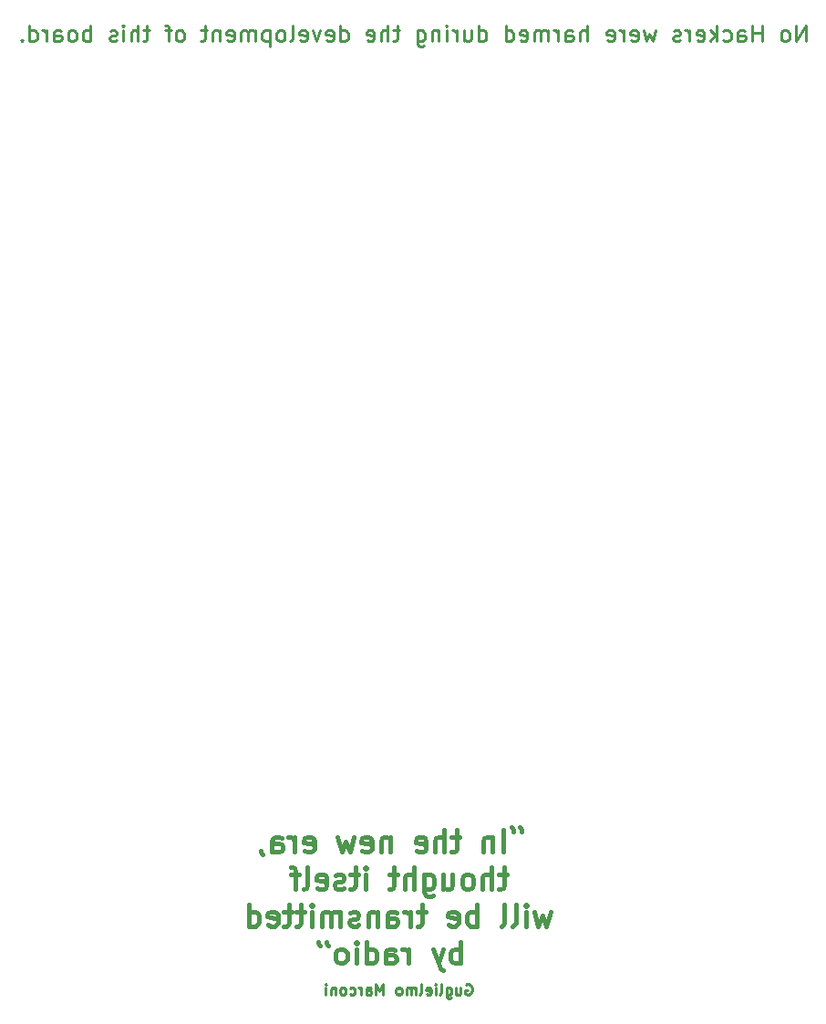
<source format=gbr>
G04 #@! TF.GenerationSoftware,KiCad,Pcbnew,(5.1.5-0-10_14)*
G04 #@! TF.CreationDate,2020-01-27T09:04:13+02:00*
G04 #@! TF.ProjectId,Focaccia-Board_v.0.1,466f6361-6363-4696-912d-426f6172645f,rev?*
G04 #@! TF.SameCoordinates,Original*
G04 #@! TF.FileFunction,Legend,Bot*
G04 #@! TF.FilePolarity,Positive*
%FSLAX46Y46*%
G04 Gerber Fmt 4.6, Leading zero omitted, Abs format (unit mm)*
G04 Created by KiCad (PCBNEW (5.1.5-0-10_14)) date 2020-01-27 09:04:13*
%MOMM*%
%LPD*%
G04 APERTURE LIST*
%ADD10C,0.250000*%
%ADD11C,0.450000*%
G04 APERTURE END LIST*
D10*
X146888095Y-105200000D02*
X146983333Y-105152380D01*
X147126190Y-105152380D01*
X147269047Y-105200000D01*
X147364285Y-105295238D01*
X147411904Y-105390476D01*
X147459523Y-105580952D01*
X147459523Y-105723809D01*
X147411904Y-105914285D01*
X147364285Y-106009523D01*
X147269047Y-106104761D01*
X147126190Y-106152380D01*
X147030952Y-106152380D01*
X146888095Y-106104761D01*
X146840476Y-106057142D01*
X146840476Y-105723809D01*
X147030952Y-105723809D01*
X145983333Y-105485714D02*
X145983333Y-106152380D01*
X146411904Y-105485714D02*
X146411904Y-106009523D01*
X146364285Y-106104761D01*
X146269047Y-106152380D01*
X146126190Y-106152380D01*
X146030952Y-106104761D01*
X145983333Y-106057142D01*
X145078571Y-105485714D02*
X145078571Y-106295238D01*
X145126190Y-106390476D01*
X145173809Y-106438095D01*
X145269047Y-106485714D01*
X145411904Y-106485714D01*
X145507142Y-106438095D01*
X145078571Y-106104761D02*
X145173809Y-106152380D01*
X145364285Y-106152380D01*
X145459523Y-106104761D01*
X145507142Y-106057142D01*
X145554761Y-105961904D01*
X145554761Y-105676190D01*
X145507142Y-105580952D01*
X145459523Y-105533333D01*
X145364285Y-105485714D01*
X145173809Y-105485714D01*
X145078571Y-105533333D01*
X144459523Y-106152380D02*
X144554761Y-106104761D01*
X144602380Y-106009523D01*
X144602380Y-105152380D01*
X144078571Y-106152380D02*
X144078571Y-105485714D01*
X144078571Y-105152380D02*
X144126190Y-105200000D01*
X144078571Y-105247619D01*
X144030952Y-105200000D01*
X144078571Y-105152380D01*
X144078571Y-105247619D01*
X143221428Y-106104761D02*
X143316666Y-106152380D01*
X143507142Y-106152380D01*
X143602380Y-106104761D01*
X143650000Y-106009523D01*
X143650000Y-105628571D01*
X143602380Y-105533333D01*
X143507142Y-105485714D01*
X143316666Y-105485714D01*
X143221428Y-105533333D01*
X143173809Y-105628571D01*
X143173809Y-105723809D01*
X143650000Y-105819047D01*
X142602380Y-106152380D02*
X142697619Y-106104761D01*
X142745238Y-106009523D01*
X142745238Y-105152380D01*
X142221428Y-106152380D02*
X142221428Y-105485714D01*
X142221428Y-105580952D02*
X142173809Y-105533333D01*
X142078571Y-105485714D01*
X141935714Y-105485714D01*
X141840476Y-105533333D01*
X141792857Y-105628571D01*
X141792857Y-106152380D01*
X141792857Y-105628571D02*
X141745238Y-105533333D01*
X141650000Y-105485714D01*
X141507142Y-105485714D01*
X141411904Y-105533333D01*
X141364285Y-105628571D01*
X141364285Y-106152380D01*
X140745238Y-106152380D02*
X140840476Y-106104761D01*
X140888095Y-106057142D01*
X140935714Y-105961904D01*
X140935714Y-105676190D01*
X140888095Y-105580952D01*
X140840476Y-105533333D01*
X140745238Y-105485714D01*
X140602380Y-105485714D01*
X140507142Y-105533333D01*
X140459523Y-105580952D01*
X140411904Y-105676190D01*
X140411904Y-105961904D01*
X140459523Y-106057142D01*
X140507142Y-106104761D01*
X140602380Y-106152380D01*
X140745238Y-106152380D01*
X139221428Y-106152380D02*
X139221428Y-105152380D01*
X138888095Y-105866666D01*
X138554761Y-105152380D01*
X138554761Y-106152380D01*
X137650000Y-106152380D02*
X137650000Y-105628571D01*
X137697619Y-105533333D01*
X137792857Y-105485714D01*
X137983333Y-105485714D01*
X138078571Y-105533333D01*
X137650000Y-106104761D02*
X137745238Y-106152380D01*
X137983333Y-106152380D01*
X138078571Y-106104761D01*
X138126190Y-106009523D01*
X138126190Y-105914285D01*
X138078571Y-105819047D01*
X137983333Y-105771428D01*
X137745238Y-105771428D01*
X137650000Y-105723809D01*
X137173809Y-106152380D02*
X137173809Y-105485714D01*
X137173809Y-105676190D02*
X137126190Y-105580952D01*
X137078571Y-105533333D01*
X136983333Y-105485714D01*
X136888095Y-105485714D01*
X136126190Y-106104761D02*
X136221428Y-106152380D01*
X136411904Y-106152380D01*
X136507142Y-106104761D01*
X136554761Y-106057142D01*
X136602380Y-105961904D01*
X136602380Y-105676190D01*
X136554761Y-105580952D01*
X136507142Y-105533333D01*
X136411904Y-105485714D01*
X136221428Y-105485714D01*
X136126190Y-105533333D01*
X135554761Y-106152380D02*
X135650000Y-106104761D01*
X135697619Y-106057142D01*
X135745238Y-105961904D01*
X135745238Y-105676190D01*
X135697619Y-105580952D01*
X135650000Y-105533333D01*
X135554761Y-105485714D01*
X135411904Y-105485714D01*
X135316666Y-105533333D01*
X135269047Y-105580952D01*
X135221428Y-105676190D01*
X135221428Y-105961904D01*
X135269047Y-106057142D01*
X135316666Y-106104761D01*
X135411904Y-106152380D01*
X135554761Y-106152380D01*
X134792857Y-105485714D02*
X134792857Y-106152380D01*
X134792857Y-105580952D02*
X134745238Y-105533333D01*
X134650000Y-105485714D01*
X134507142Y-105485714D01*
X134411904Y-105533333D01*
X134364285Y-105628571D01*
X134364285Y-106152380D01*
X133888095Y-106152380D02*
X133888095Y-105485714D01*
X133888095Y-105152380D02*
X133935714Y-105200000D01*
X133888095Y-105247619D01*
X133840476Y-105200000D01*
X133888095Y-105152380D01*
X133888095Y-105247619D01*
D11*
X151280952Y-90975000D02*
X151280952Y-90879761D01*
X151185714Y-90689285D01*
X151090476Y-90594047D01*
X152042857Y-90975000D02*
X152042857Y-90879761D01*
X151947619Y-90689285D01*
X151852380Y-90594047D01*
X150328571Y-92879761D02*
X150328571Y-90879761D01*
X149376190Y-91546428D02*
X149376190Y-92879761D01*
X149376190Y-91736904D02*
X149280952Y-91641666D01*
X149090476Y-91546428D01*
X148804761Y-91546428D01*
X148614285Y-91641666D01*
X148519047Y-91832142D01*
X148519047Y-92879761D01*
X146328571Y-91546428D02*
X145566666Y-91546428D01*
X146042857Y-90879761D02*
X146042857Y-92594047D01*
X145947619Y-92784523D01*
X145757142Y-92879761D01*
X145566666Y-92879761D01*
X144900000Y-92879761D02*
X144900000Y-90879761D01*
X144042857Y-92879761D02*
X144042857Y-91832142D01*
X144138095Y-91641666D01*
X144328571Y-91546428D01*
X144614285Y-91546428D01*
X144804761Y-91641666D01*
X144900000Y-91736904D01*
X142328571Y-92784523D02*
X142519047Y-92879761D01*
X142900000Y-92879761D01*
X143090476Y-92784523D01*
X143185714Y-92594047D01*
X143185714Y-91832142D01*
X143090476Y-91641666D01*
X142900000Y-91546428D01*
X142519047Y-91546428D01*
X142328571Y-91641666D01*
X142233333Y-91832142D01*
X142233333Y-92022619D01*
X143185714Y-92213095D01*
X139852380Y-91546428D02*
X139852380Y-92879761D01*
X139852380Y-91736904D02*
X139757142Y-91641666D01*
X139566666Y-91546428D01*
X139280952Y-91546428D01*
X139090476Y-91641666D01*
X138995238Y-91832142D01*
X138995238Y-92879761D01*
X137280952Y-92784523D02*
X137471428Y-92879761D01*
X137852380Y-92879761D01*
X138042857Y-92784523D01*
X138138095Y-92594047D01*
X138138095Y-91832142D01*
X138042857Y-91641666D01*
X137852380Y-91546428D01*
X137471428Y-91546428D01*
X137280952Y-91641666D01*
X137185714Y-91832142D01*
X137185714Y-92022619D01*
X138138095Y-92213095D01*
X136519047Y-91546428D02*
X136138095Y-92879761D01*
X135757142Y-91927380D01*
X135376190Y-92879761D01*
X134995238Y-91546428D01*
X131947619Y-92784523D02*
X132138095Y-92879761D01*
X132519047Y-92879761D01*
X132709523Y-92784523D01*
X132804761Y-92594047D01*
X132804761Y-91832142D01*
X132709523Y-91641666D01*
X132519047Y-91546428D01*
X132138095Y-91546428D01*
X131947619Y-91641666D01*
X131852380Y-91832142D01*
X131852380Y-92022619D01*
X132804761Y-92213095D01*
X130995238Y-92879761D02*
X130995238Y-91546428D01*
X130995238Y-91927380D02*
X130900000Y-91736904D01*
X130804761Y-91641666D01*
X130614285Y-91546428D01*
X130423809Y-91546428D01*
X128900000Y-92879761D02*
X128900000Y-91832142D01*
X128995238Y-91641666D01*
X129185714Y-91546428D01*
X129566666Y-91546428D01*
X129757142Y-91641666D01*
X128900000Y-92784523D02*
X129090476Y-92879761D01*
X129566666Y-92879761D01*
X129757142Y-92784523D01*
X129852380Y-92594047D01*
X129852380Y-92403571D01*
X129757142Y-92213095D01*
X129566666Y-92117857D01*
X129090476Y-92117857D01*
X128900000Y-92022619D01*
X127852380Y-92784523D02*
X127852380Y-92879761D01*
X127947619Y-93070238D01*
X128042857Y-93165476D01*
X150709523Y-94996428D02*
X149947619Y-94996428D01*
X150423809Y-94329761D02*
X150423809Y-96044047D01*
X150328571Y-96234523D01*
X150138095Y-96329761D01*
X149947619Y-96329761D01*
X149280952Y-96329761D02*
X149280952Y-94329761D01*
X148423809Y-96329761D02*
X148423809Y-95282142D01*
X148519047Y-95091666D01*
X148709523Y-94996428D01*
X148995238Y-94996428D01*
X149185714Y-95091666D01*
X149280952Y-95186904D01*
X147185714Y-96329761D02*
X147376190Y-96234523D01*
X147471428Y-96139285D01*
X147566666Y-95948809D01*
X147566666Y-95377380D01*
X147471428Y-95186904D01*
X147376190Y-95091666D01*
X147185714Y-94996428D01*
X146900000Y-94996428D01*
X146709523Y-95091666D01*
X146614285Y-95186904D01*
X146519047Y-95377380D01*
X146519047Y-95948809D01*
X146614285Y-96139285D01*
X146709523Y-96234523D01*
X146900000Y-96329761D01*
X147185714Y-96329761D01*
X144804761Y-94996428D02*
X144804761Y-96329761D01*
X145661904Y-94996428D02*
X145661904Y-96044047D01*
X145566666Y-96234523D01*
X145376190Y-96329761D01*
X145090476Y-96329761D01*
X144900000Y-96234523D01*
X144804761Y-96139285D01*
X142995238Y-94996428D02*
X142995238Y-96615476D01*
X143090476Y-96805952D01*
X143185714Y-96901190D01*
X143376190Y-96996428D01*
X143661904Y-96996428D01*
X143852380Y-96901190D01*
X142995238Y-96234523D02*
X143185714Y-96329761D01*
X143566666Y-96329761D01*
X143757142Y-96234523D01*
X143852380Y-96139285D01*
X143947619Y-95948809D01*
X143947619Y-95377380D01*
X143852380Y-95186904D01*
X143757142Y-95091666D01*
X143566666Y-94996428D01*
X143185714Y-94996428D01*
X142995238Y-95091666D01*
X142042857Y-96329761D02*
X142042857Y-94329761D01*
X141185714Y-96329761D02*
X141185714Y-95282142D01*
X141280952Y-95091666D01*
X141471428Y-94996428D01*
X141757142Y-94996428D01*
X141947619Y-95091666D01*
X142042857Y-95186904D01*
X140519047Y-94996428D02*
X139757142Y-94996428D01*
X140233333Y-94329761D02*
X140233333Y-96044047D01*
X140138095Y-96234523D01*
X139947619Y-96329761D01*
X139757142Y-96329761D01*
X137566666Y-96329761D02*
X137566666Y-94996428D01*
X137566666Y-94329761D02*
X137661904Y-94425000D01*
X137566666Y-94520238D01*
X137471428Y-94425000D01*
X137566666Y-94329761D01*
X137566666Y-94520238D01*
X136900000Y-94996428D02*
X136138095Y-94996428D01*
X136614285Y-94329761D02*
X136614285Y-96044047D01*
X136519047Y-96234523D01*
X136328571Y-96329761D01*
X136138095Y-96329761D01*
X135566666Y-96234523D02*
X135376190Y-96329761D01*
X134995238Y-96329761D01*
X134804761Y-96234523D01*
X134709523Y-96044047D01*
X134709523Y-95948809D01*
X134804761Y-95758333D01*
X134995238Y-95663095D01*
X135280952Y-95663095D01*
X135471428Y-95567857D01*
X135566666Y-95377380D01*
X135566666Y-95282142D01*
X135471428Y-95091666D01*
X135280952Y-94996428D01*
X134995238Y-94996428D01*
X134804761Y-95091666D01*
X133090476Y-96234523D02*
X133280952Y-96329761D01*
X133661904Y-96329761D01*
X133852380Y-96234523D01*
X133947619Y-96044047D01*
X133947619Y-95282142D01*
X133852380Y-95091666D01*
X133661904Y-94996428D01*
X133280952Y-94996428D01*
X133090476Y-95091666D01*
X132995238Y-95282142D01*
X132995238Y-95472619D01*
X133947619Y-95663095D01*
X131852380Y-96329761D02*
X132042857Y-96234523D01*
X132138095Y-96044047D01*
X132138095Y-94329761D01*
X131376190Y-94996428D02*
X130614285Y-94996428D01*
X131090476Y-96329761D02*
X131090476Y-94615476D01*
X130995238Y-94425000D01*
X130804761Y-94329761D01*
X130614285Y-94329761D01*
X154757142Y-98446428D02*
X154376190Y-99779761D01*
X153995238Y-98827380D01*
X153614285Y-99779761D01*
X153233333Y-98446428D01*
X152471428Y-99779761D02*
X152471428Y-98446428D01*
X152471428Y-97779761D02*
X152566666Y-97875000D01*
X152471428Y-97970238D01*
X152376190Y-97875000D01*
X152471428Y-97779761D01*
X152471428Y-97970238D01*
X151233333Y-99779761D02*
X151423809Y-99684523D01*
X151519047Y-99494047D01*
X151519047Y-97779761D01*
X150185714Y-99779761D02*
X150376190Y-99684523D01*
X150471428Y-99494047D01*
X150471428Y-97779761D01*
X147900000Y-99779761D02*
X147900000Y-97779761D01*
X147900000Y-98541666D02*
X147709523Y-98446428D01*
X147328571Y-98446428D01*
X147138095Y-98541666D01*
X147042857Y-98636904D01*
X146947619Y-98827380D01*
X146947619Y-99398809D01*
X147042857Y-99589285D01*
X147138095Y-99684523D01*
X147328571Y-99779761D01*
X147709523Y-99779761D01*
X147900000Y-99684523D01*
X145328571Y-99684523D02*
X145519047Y-99779761D01*
X145900000Y-99779761D01*
X146090476Y-99684523D01*
X146185714Y-99494047D01*
X146185714Y-98732142D01*
X146090476Y-98541666D01*
X145900000Y-98446428D01*
X145519047Y-98446428D01*
X145328571Y-98541666D01*
X145233333Y-98732142D01*
X145233333Y-98922619D01*
X146185714Y-99113095D01*
X143138095Y-98446428D02*
X142376190Y-98446428D01*
X142852380Y-97779761D02*
X142852380Y-99494047D01*
X142757142Y-99684523D01*
X142566666Y-99779761D01*
X142376190Y-99779761D01*
X141709523Y-99779761D02*
X141709523Y-98446428D01*
X141709523Y-98827380D02*
X141614285Y-98636904D01*
X141519047Y-98541666D01*
X141328571Y-98446428D01*
X141138095Y-98446428D01*
X139614285Y-99779761D02*
X139614285Y-98732142D01*
X139709523Y-98541666D01*
X139900000Y-98446428D01*
X140280952Y-98446428D01*
X140471428Y-98541666D01*
X139614285Y-99684523D02*
X139804761Y-99779761D01*
X140280952Y-99779761D01*
X140471428Y-99684523D01*
X140566666Y-99494047D01*
X140566666Y-99303571D01*
X140471428Y-99113095D01*
X140280952Y-99017857D01*
X139804761Y-99017857D01*
X139614285Y-98922619D01*
X138661904Y-98446428D02*
X138661904Y-99779761D01*
X138661904Y-98636904D02*
X138566666Y-98541666D01*
X138376190Y-98446428D01*
X138090476Y-98446428D01*
X137900000Y-98541666D01*
X137804761Y-98732142D01*
X137804761Y-99779761D01*
X136947619Y-99684523D02*
X136757142Y-99779761D01*
X136376190Y-99779761D01*
X136185714Y-99684523D01*
X136090476Y-99494047D01*
X136090476Y-99398809D01*
X136185714Y-99208333D01*
X136376190Y-99113095D01*
X136661904Y-99113095D01*
X136852380Y-99017857D01*
X136947619Y-98827380D01*
X136947619Y-98732142D01*
X136852380Y-98541666D01*
X136661904Y-98446428D01*
X136376190Y-98446428D01*
X136185714Y-98541666D01*
X135233333Y-99779761D02*
X135233333Y-98446428D01*
X135233333Y-98636904D02*
X135138095Y-98541666D01*
X134947619Y-98446428D01*
X134661904Y-98446428D01*
X134471428Y-98541666D01*
X134376190Y-98732142D01*
X134376190Y-99779761D01*
X134376190Y-98732142D02*
X134280952Y-98541666D01*
X134090476Y-98446428D01*
X133804761Y-98446428D01*
X133614285Y-98541666D01*
X133519047Y-98732142D01*
X133519047Y-99779761D01*
X132566666Y-99779761D02*
X132566666Y-98446428D01*
X132566666Y-97779761D02*
X132661904Y-97875000D01*
X132566666Y-97970238D01*
X132471428Y-97875000D01*
X132566666Y-97779761D01*
X132566666Y-97970238D01*
X131900000Y-98446428D02*
X131138095Y-98446428D01*
X131614285Y-97779761D02*
X131614285Y-99494047D01*
X131519047Y-99684523D01*
X131328571Y-99779761D01*
X131138095Y-99779761D01*
X130757142Y-98446428D02*
X129995238Y-98446428D01*
X130471428Y-97779761D02*
X130471428Y-99494047D01*
X130376190Y-99684523D01*
X130185714Y-99779761D01*
X129995238Y-99779761D01*
X128566666Y-99684523D02*
X128757142Y-99779761D01*
X129138095Y-99779761D01*
X129328571Y-99684523D01*
X129423809Y-99494047D01*
X129423809Y-98732142D01*
X129328571Y-98541666D01*
X129138095Y-98446428D01*
X128757142Y-98446428D01*
X128566666Y-98541666D01*
X128471428Y-98732142D01*
X128471428Y-98922619D01*
X129423809Y-99113095D01*
X126757142Y-99779761D02*
X126757142Y-97779761D01*
X126757142Y-99684523D02*
X126947619Y-99779761D01*
X127328571Y-99779761D01*
X127519047Y-99684523D01*
X127614285Y-99589285D01*
X127709523Y-99398809D01*
X127709523Y-98827380D01*
X127614285Y-98636904D01*
X127519047Y-98541666D01*
X127328571Y-98446428D01*
X126947619Y-98446428D01*
X126757142Y-98541666D01*
X146423809Y-103229761D02*
X146423809Y-101229761D01*
X146423809Y-101991666D02*
X146233333Y-101896428D01*
X145852380Y-101896428D01*
X145661904Y-101991666D01*
X145566666Y-102086904D01*
X145471428Y-102277380D01*
X145471428Y-102848809D01*
X145566666Y-103039285D01*
X145661904Y-103134523D01*
X145852380Y-103229761D01*
X146233333Y-103229761D01*
X146423809Y-103134523D01*
X144804761Y-101896428D02*
X144328571Y-103229761D01*
X143852380Y-101896428D02*
X144328571Y-103229761D01*
X144519047Y-103705952D01*
X144614285Y-103801190D01*
X144804761Y-103896428D01*
X141566666Y-103229761D02*
X141566666Y-101896428D01*
X141566666Y-102277380D02*
X141471428Y-102086904D01*
X141376190Y-101991666D01*
X141185714Y-101896428D01*
X140995238Y-101896428D01*
X139471428Y-103229761D02*
X139471428Y-102182142D01*
X139566666Y-101991666D01*
X139757142Y-101896428D01*
X140138095Y-101896428D01*
X140328571Y-101991666D01*
X139471428Y-103134523D02*
X139661904Y-103229761D01*
X140138095Y-103229761D01*
X140328571Y-103134523D01*
X140423809Y-102944047D01*
X140423809Y-102753571D01*
X140328571Y-102563095D01*
X140138095Y-102467857D01*
X139661904Y-102467857D01*
X139471428Y-102372619D01*
X137661904Y-103229761D02*
X137661904Y-101229761D01*
X137661904Y-103134523D02*
X137852380Y-103229761D01*
X138233333Y-103229761D01*
X138423809Y-103134523D01*
X138519047Y-103039285D01*
X138614285Y-102848809D01*
X138614285Y-102277380D01*
X138519047Y-102086904D01*
X138423809Y-101991666D01*
X138233333Y-101896428D01*
X137852380Y-101896428D01*
X137661904Y-101991666D01*
X136709523Y-103229761D02*
X136709523Y-101896428D01*
X136709523Y-101229761D02*
X136804761Y-101325000D01*
X136709523Y-101420238D01*
X136614285Y-101325000D01*
X136709523Y-101229761D01*
X136709523Y-101420238D01*
X135471428Y-103229761D02*
X135661904Y-103134523D01*
X135757142Y-103039285D01*
X135852380Y-102848809D01*
X135852380Y-102277380D01*
X135757142Y-102086904D01*
X135661904Y-101991666D01*
X135471428Y-101896428D01*
X135185714Y-101896428D01*
X134995238Y-101991666D01*
X134900000Y-102086904D01*
X134804761Y-102277380D01*
X134804761Y-102848809D01*
X134900000Y-103039285D01*
X134995238Y-103134523D01*
X135185714Y-103229761D01*
X135471428Y-103229761D01*
X133947619Y-101229761D02*
X133947619Y-101325000D01*
X134042857Y-101515476D01*
X134138095Y-101610714D01*
X133185714Y-101229761D02*
X133185714Y-101325000D01*
X133280952Y-101515476D01*
X133376190Y-101610714D01*
D10*
X178442857Y-17628571D02*
X178442857Y-16128571D01*
X177585714Y-17628571D01*
X177585714Y-16128571D01*
X176657142Y-17628571D02*
X176800000Y-17557142D01*
X176871428Y-17485714D01*
X176942857Y-17342857D01*
X176942857Y-16914285D01*
X176871428Y-16771428D01*
X176800000Y-16700000D01*
X176657142Y-16628571D01*
X176442857Y-16628571D01*
X176300000Y-16700000D01*
X176228571Y-16771428D01*
X176157142Y-16914285D01*
X176157142Y-17342857D01*
X176228571Y-17485714D01*
X176300000Y-17557142D01*
X176442857Y-17628571D01*
X176657142Y-17628571D01*
X174371428Y-17628571D02*
X174371428Y-16128571D01*
X174371428Y-16842857D02*
X173514285Y-16842857D01*
X173514285Y-17628571D02*
X173514285Y-16128571D01*
X172157142Y-17628571D02*
X172157142Y-16842857D01*
X172228571Y-16700000D01*
X172371428Y-16628571D01*
X172657142Y-16628571D01*
X172800000Y-16700000D01*
X172157142Y-17557142D02*
X172300000Y-17628571D01*
X172657142Y-17628571D01*
X172800000Y-17557142D01*
X172871428Y-17414285D01*
X172871428Y-17271428D01*
X172800000Y-17128571D01*
X172657142Y-17057142D01*
X172300000Y-17057142D01*
X172157142Y-16985714D01*
X170800000Y-17557142D02*
X170942857Y-17628571D01*
X171228571Y-17628571D01*
X171371428Y-17557142D01*
X171442857Y-17485714D01*
X171514285Y-17342857D01*
X171514285Y-16914285D01*
X171442857Y-16771428D01*
X171371428Y-16700000D01*
X171228571Y-16628571D01*
X170942857Y-16628571D01*
X170800000Y-16700000D01*
X170157142Y-17628571D02*
X170157142Y-16128571D01*
X170014285Y-17057142D02*
X169585714Y-17628571D01*
X169585714Y-16628571D02*
X170157142Y-17200000D01*
X168371428Y-17557142D02*
X168514285Y-17628571D01*
X168800000Y-17628571D01*
X168942857Y-17557142D01*
X169014285Y-17414285D01*
X169014285Y-16842857D01*
X168942857Y-16700000D01*
X168800000Y-16628571D01*
X168514285Y-16628571D01*
X168371428Y-16700000D01*
X168300000Y-16842857D01*
X168300000Y-16985714D01*
X169014285Y-17128571D01*
X167657142Y-17628571D02*
X167657142Y-16628571D01*
X167657142Y-16914285D02*
X167585714Y-16771428D01*
X167514285Y-16700000D01*
X167371428Y-16628571D01*
X167228571Y-16628571D01*
X166800000Y-17557142D02*
X166657142Y-17628571D01*
X166371428Y-17628571D01*
X166228571Y-17557142D01*
X166157142Y-17414285D01*
X166157142Y-17342857D01*
X166228571Y-17200000D01*
X166371428Y-17128571D01*
X166585714Y-17128571D01*
X166728571Y-17057142D01*
X166800000Y-16914285D01*
X166800000Y-16842857D01*
X166728571Y-16700000D01*
X166585714Y-16628571D01*
X166371428Y-16628571D01*
X166228571Y-16700000D01*
X164514285Y-16628571D02*
X164228571Y-17628571D01*
X163942857Y-16914285D01*
X163657142Y-17628571D01*
X163371428Y-16628571D01*
X162228571Y-17557142D02*
X162371428Y-17628571D01*
X162657142Y-17628571D01*
X162800000Y-17557142D01*
X162871428Y-17414285D01*
X162871428Y-16842857D01*
X162800000Y-16700000D01*
X162657142Y-16628571D01*
X162371428Y-16628571D01*
X162228571Y-16700000D01*
X162157142Y-16842857D01*
X162157142Y-16985714D01*
X162871428Y-17128571D01*
X161514285Y-17628571D02*
X161514285Y-16628571D01*
X161514285Y-16914285D02*
X161442857Y-16771428D01*
X161371428Y-16700000D01*
X161228571Y-16628571D01*
X161085714Y-16628571D01*
X160014285Y-17557142D02*
X160157142Y-17628571D01*
X160442857Y-17628571D01*
X160585714Y-17557142D01*
X160657142Y-17414285D01*
X160657142Y-16842857D01*
X160585714Y-16700000D01*
X160442857Y-16628571D01*
X160157142Y-16628571D01*
X160014285Y-16700000D01*
X159942857Y-16842857D01*
X159942857Y-16985714D01*
X160657142Y-17128571D01*
X158157142Y-17628571D02*
X158157142Y-16128571D01*
X157514285Y-17628571D02*
X157514285Y-16842857D01*
X157585714Y-16700000D01*
X157728571Y-16628571D01*
X157942857Y-16628571D01*
X158085714Y-16700000D01*
X158157142Y-16771428D01*
X156157142Y-17628571D02*
X156157142Y-16842857D01*
X156228571Y-16700000D01*
X156371428Y-16628571D01*
X156657142Y-16628571D01*
X156800000Y-16700000D01*
X156157142Y-17557142D02*
X156300000Y-17628571D01*
X156657142Y-17628571D01*
X156800000Y-17557142D01*
X156871428Y-17414285D01*
X156871428Y-17271428D01*
X156800000Y-17128571D01*
X156657142Y-17057142D01*
X156300000Y-17057142D01*
X156157142Y-16985714D01*
X155442857Y-17628571D02*
X155442857Y-16628571D01*
X155442857Y-16914285D02*
X155371428Y-16771428D01*
X155300000Y-16700000D01*
X155157142Y-16628571D01*
X155014285Y-16628571D01*
X154514285Y-17628571D02*
X154514285Y-16628571D01*
X154514285Y-16771428D02*
X154442857Y-16700000D01*
X154300000Y-16628571D01*
X154085714Y-16628571D01*
X153942857Y-16700000D01*
X153871428Y-16842857D01*
X153871428Y-17628571D01*
X153871428Y-16842857D02*
X153800000Y-16700000D01*
X153657142Y-16628571D01*
X153442857Y-16628571D01*
X153300000Y-16700000D01*
X153228571Y-16842857D01*
X153228571Y-17628571D01*
X151942857Y-17557142D02*
X152085714Y-17628571D01*
X152371428Y-17628571D01*
X152514285Y-17557142D01*
X152585714Y-17414285D01*
X152585714Y-16842857D01*
X152514285Y-16700000D01*
X152371428Y-16628571D01*
X152085714Y-16628571D01*
X151942857Y-16700000D01*
X151871428Y-16842857D01*
X151871428Y-16985714D01*
X152585714Y-17128571D01*
X150585714Y-17628571D02*
X150585714Y-16128571D01*
X150585714Y-17557142D02*
X150728571Y-17628571D01*
X151014285Y-17628571D01*
X151157142Y-17557142D01*
X151228571Y-17485714D01*
X151300000Y-17342857D01*
X151300000Y-16914285D01*
X151228571Y-16771428D01*
X151157142Y-16700000D01*
X151014285Y-16628571D01*
X150728571Y-16628571D01*
X150585714Y-16700000D01*
X148085714Y-17628571D02*
X148085714Y-16128571D01*
X148085714Y-17557142D02*
X148228571Y-17628571D01*
X148514285Y-17628571D01*
X148657142Y-17557142D01*
X148728571Y-17485714D01*
X148800000Y-17342857D01*
X148800000Y-16914285D01*
X148728571Y-16771428D01*
X148657142Y-16700000D01*
X148514285Y-16628571D01*
X148228571Y-16628571D01*
X148085714Y-16700000D01*
X146728571Y-16628571D02*
X146728571Y-17628571D01*
X147371428Y-16628571D02*
X147371428Y-17414285D01*
X147300000Y-17557142D01*
X147157142Y-17628571D01*
X146942857Y-17628571D01*
X146800000Y-17557142D01*
X146728571Y-17485714D01*
X146014285Y-17628571D02*
X146014285Y-16628571D01*
X146014285Y-16914285D02*
X145942857Y-16771428D01*
X145871428Y-16700000D01*
X145728571Y-16628571D01*
X145585714Y-16628571D01*
X145085714Y-17628571D02*
X145085714Y-16628571D01*
X145085714Y-16128571D02*
X145157142Y-16200000D01*
X145085714Y-16271428D01*
X145014285Y-16200000D01*
X145085714Y-16128571D01*
X145085714Y-16271428D01*
X144371428Y-16628571D02*
X144371428Y-17628571D01*
X144371428Y-16771428D02*
X144300000Y-16700000D01*
X144157142Y-16628571D01*
X143942857Y-16628571D01*
X143800000Y-16700000D01*
X143728571Y-16842857D01*
X143728571Y-17628571D01*
X142371428Y-16628571D02*
X142371428Y-17842857D01*
X142442857Y-17985714D01*
X142514285Y-18057142D01*
X142657142Y-18128571D01*
X142871428Y-18128571D01*
X143014285Y-18057142D01*
X142371428Y-17557142D02*
X142514285Y-17628571D01*
X142800000Y-17628571D01*
X142942857Y-17557142D01*
X143014285Y-17485714D01*
X143085714Y-17342857D01*
X143085714Y-16914285D01*
X143014285Y-16771428D01*
X142942857Y-16700000D01*
X142800000Y-16628571D01*
X142514285Y-16628571D01*
X142371428Y-16700000D01*
X140728571Y-16628571D02*
X140157142Y-16628571D01*
X140514285Y-16128571D02*
X140514285Y-17414285D01*
X140442857Y-17557142D01*
X140300000Y-17628571D01*
X140157142Y-17628571D01*
X139657142Y-17628571D02*
X139657142Y-16128571D01*
X139014285Y-17628571D02*
X139014285Y-16842857D01*
X139085714Y-16700000D01*
X139228571Y-16628571D01*
X139442857Y-16628571D01*
X139585714Y-16700000D01*
X139657142Y-16771428D01*
X137728571Y-17557142D02*
X137871428Y-17628571D01*
X138157142Y-17628571D01*
X138300000Y-17557142D01*
X138371428Y-17414285D01*
X138371428Y-16842857D01*
X138300000Y-16700000D01*
X138157142Y-16628571D01*
X137871428Y-16628571D01*
X137728571Y-16700000D01*
X137657142Y-16842857D01*
X137657142Y-16985714D01*
X138371428Y-17128571D01*
X135228571Y-17628571D02*
X135228571Y-16128571D01*
X135228571Y-17557142D02*
X135371428Y-17628571D01*
X135657142Y-17628571D01*
X135800000Y-17557142D01*
X135871428Y-17485714D01*
X135942857Y-17342857D01*
X135942857Y-16914285D01*
X135871428Y-16771428D01*
X135800000Y-16700000D01*
X135657142Y-16628571D01*
X135371428Y-16628571D01*
X135228571Y-16700000D01*
X133942857Y-17557142D02*
X134085714Y-17628571D01*
X134371428Y-17628571D01*
X134514285Y-17557142D01*
X134585714Y-17414285D01*
X134585714Y-16842857D01*
X134514285Y-16700000D01*
X134371428Y-16628571D01*
X134085714Y-16628571D01*
X133942857Y-16700000D01*
X133871428Y-16842857D01*
X133871428Y-16985714D01*
X134585714Y-17128571D01*
X133371428Y-16628571D02*
X133014285Y-17628571D01*
X132657142Y-16628571D01*
X131514285Y-17557142D02*
X131657142Y-17628571D01*
X131942857Y-17628571D01*
X132085714Y-17557142D01*
X132157142Y-17414285D01*
X132157142Y-16842857D01*
X132085714Y-16700000D01*
X131942857Y-16628571D01*
X131657142Y-16628571D01*
X131514285Y-16700000D01*
X131442857Y-16842857D01*
X131442857Y-16985714D01*
X132157142Y-17128571D01*
X130585714Y-17628571D02*
X130728571Y-17557142D01*
X130800000Y-17414285D01*
X130800000Y-16128571D01*
X129800000Y-17628571D02*
X129942857Y-17557142D01*
X130014285Y-17485714D01*
X130085714Y-17342857D01*
X130085714Y-16914285D01*
X130014285Y-16771428D01*
X129942857Y-16700000D01*
X129800000Y-16628571D01*
X129585714Y-16628571D01*
X129442857Y-16700000D01*
X129371428Y-16771428D01*
X129300000Y-16914285D01*
X129300000Y-17342857D01*
X129371428Y-17485714D01*
X129442857Y-17557142D01*
X129585714Y-17628571D01*
X129800000Y-17628571D01*
X128657142Y-16628571D02*
X128657142Y-18128571D01*
X128657142Y-16700000D02*
X128514285Y-16628571D01*
X128228571Y-16628571D01*
X128085714Y-16700000D01*
X128014285Y-16771428D01*
X127942857Y-16914285D01*
X127942857Y-17342857D01*
X128014285Y-17485714D01*
X128085714Y-17557142D01*
X128228571Y-17628571D01*
X128514285Y-17628571D01*
X128657142Y-17557142D01*
X127300000Y-17628571D02*
X127300000Y-16628571D01*
X127300000Y-16771428D02*
X127228571Y-16700000D01*
X127085714Y-16628571D01*
X126871428Y-16628571D01*
X126728571Y-16700000D01*
X126657142Y-16842857D01*
X126657142Y-17628571D01*
X126657142Y-16842857D02*
X126585714Y-16700000D01*
X126442857Y-16628571D01*
X126228571Y-16628571D01*
X126085714Y-16700000D01*
X126014285Y-16842857D01*
X126014285Y-17628571D01*
X124728571Y-17557142D02*
X124871428Y-17628571D01*
X125157142Y-17628571D01*
X125300000Y-17557142D01*
X125371428Y-17414285D01*
X125371428Y-16842857D01*
X125300000Y-16700000D01*
X125157142Y-16628571D01*
X124871428Y-16628571D01*
X124728571Y-16700000D01*
X124657142Y-16842857D01*
X124657142Y-16985714D01*
X125371428Y-17128571D01*
X124014285Y-16628571D02*
X124014285Y-17628571D01*
X124014285Y-16771428D02*
X123942857Y-16700000D01*
X123800000Y-16628571D01*
X123585714Y-16628571D01*
X123442857Y-16700000D01*
X123371428Y-16842857D01*
X123371428Y-17628571D01*
X122871428Y-16628571D02*
X122300000Y-16628571D01*
X122657142Y-16128571D02*
X122657142Y-17414285D01*
X122585714Y-17557142D01*
X122442857Y-17628571D01*
X122300000Y-17628571D01*
X120442857Y-17628571D02*
X120585714Y-17557142D01*
X120657142Y-17485714D01*
X120728571Y-17342857D01*
X120728571Y-16914285D01*
X120657142Y-16771428D01*
X120585714Y-16700000D01*
X120442857Y-16628571D01*
X120228571Y-16628571D01*
X120085714Y-16700000D01*
X120014285Y-16771428D01*
X119942857Y-16914285D01*
X119942857Y-17342857D01*
X120014285Y-17485714D01*
X120085714Y-17557142D01*
X120228571Y-17628571D01*
X120442857Y-17628571D01*
X119514285Y-16628571D02*
X118942857Y-16628571D01*
X119300000Y-17628571D02*
X119300000Y-16342857D01*
X119228571Y-16200000D01*
X119085714Y-16128571D01*
X118942857Y-16128571D01*
X117514285Y-16628571D02*
X116942857Y-16628571D01*
X117300000Y-16128571D02*
X117300000Y-17414285D01*
X117228571Y-17557142D01*
X117085714Y-17628571D01*
X116942857Y-17628571D01*
X116442857Y-17628571D02*
X116442857Y-16128571D01*
X115800000Y-17628571D02*
X115800000Y-16842857D01*
X115871428Y-16700000D01*
X116014285Y-16628571D01*
X116228571Y-16628571D01*
X116371428Y-16700000D01*
X116442857Y-16771428D01*
X115085714Y-17628571D02*
X115085714Y-16628571D01*
X115085714Y-16128571D02*
X115157142Y-16200000D01*
X115085714Y-16271428D01*
X115014285Y-16200000D01*
X115085714Y-16128571D01*
X115085714Y-16271428D01*
X114442857Y-17557142D02*
X114300000Y-17628571D01*
X114014285Y-17628571D01*
X113871428Y-17557142D01*
X113800000Y-17414285D01*
X113800000Y-17342857D01*
X113871428Y-17200000D01*
X114014285Y-17128571D01*
X114228571Y-17128571D01*
X114371428Y-17057142D01*
X114442857Y-16914285D01*
X114442857Y-16842857D01*
X114371428Y-16700000D01*
X114228571Y-16628571D01*
X114014285Y-16628571D01*
X113871428Y-16700000D01*
X112014285Y-17628571D02*
X112014285Y-16128571D01*
X112014285Y-16700000D02*
X111871428Y-16628571D01*
X111585714Y-16628571D01*
X111442857Y-16700000D01*
X111371428Y-16771428D01*
X111300000Y-16914285D01*
X111300000Y-17342857D01*
X111371428Y-17485714D01*
X111442857Y-17557142D01*
X111585714Y-17628571D01*
X111871428Y-17628571D01*
X112014285Y-17557142D01*
X110442857Y-17628571D02*
X110585714Y-17557142D01*
X110657142Y-17485714D01*
X110728571Y-17342857D01*
X110728571Y-16914285D01*
X110657142Y-16771428D01*
X110585714Y-16700000D01*
X110442857Y-16628571D01*
X110228571Y-16628571D01*
X110085714Y-16700000D01*
X110014285Y-16771428D01*
X109942857Y-16914285D01*
X109942857Y-17342857D01*
X110014285Y-17485714D01*
X110085714Y-17557142D01*
X110228571Y-17628571D01*
X110442857Y-17628571D01*
X108657142Y-17628571D02*
X108657142Y-16842857D01*
X108728571Y-16700000D01*
X108871428Y-16628571D01*
X109157142Y-16628571D01*
X109300000Y-16700000D01*
X108657142Y-17557142D02*
X108800000Y-17628571D01*
X109157142Y-17628571D01*
X109300000Y-17557142D01*
X109371428Y-17414285D01*
X109371428Y-17271428D01*
X109300000Y-17128571D01*
X109157142Y-17057142D01*
X108800000Y-17057142D01*
X108657142Y-16985714D01*
X107942857Y-17628571D02*
X107942857Y-16628571D01*
X107942857Y-16914285D02*
X107871428Y-16771428D01*
X107800000Y-16700000D01*
X107657142Y-16628571D01*
X107514285Y-16628571D01*
X106371428Y-17628571D02*
X106371428Y-16128571D01*
X106371428Y-17557142D02*
X106514285Y-17628571D01*
X106800000Y-17628571D01*
X106942857Y-17557142D01*
X107014285Y-17485714D01*
X107085714Y-17342857D01*
X107085714Y-16914285D01*
X107014285Y-16771428D01*
X106942857Y-16700000D01*
X106800000Y-16628571D01*
X106514285Y-16628571D01*
X106371428Y-16700000D01*
X105657142Y-17485714D02*
X105585714Y-17557142D01*
X105657142Y-17628571D01*
X105728571Y-17557142D01*
X105657142Y-17485714D01*
X105657142Y-17628571D01*
M02*

</source>
